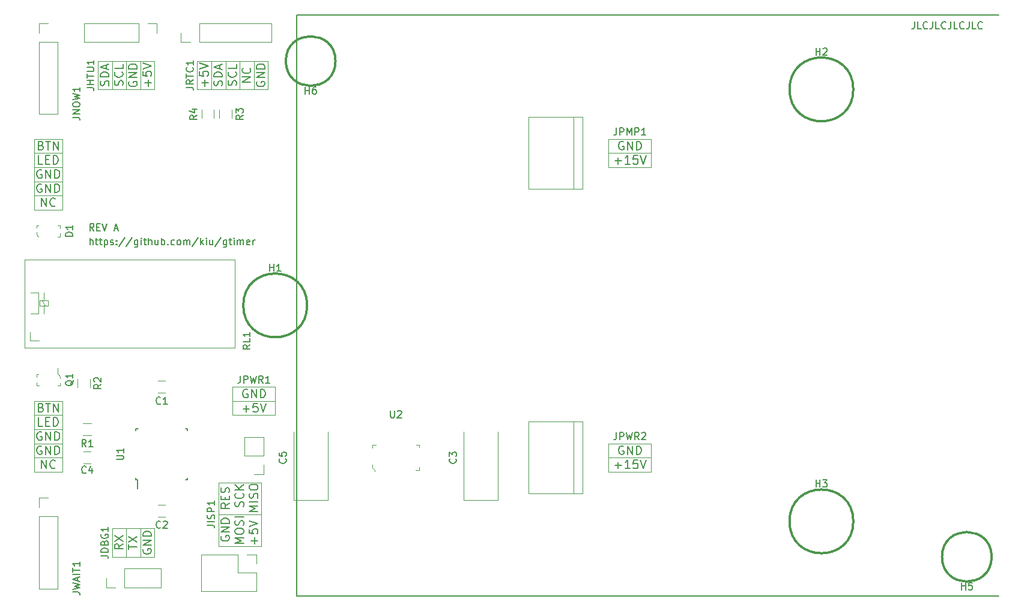
<source format=gto>
G04 #@! TF.GenerationSoftware,KiCad,Pcbnew,(5.1.8)-1*
G04 #@! TF.CreationDate,2021-05-16T02:31:53+02:00*
G04 #@! TF.ProjectId,gtimer,6774696d-6572-42e6-9b69-6361645f7063,rev?*
G04 #@! TF.SameCoordinates,Original*
G04 #@! TF.FileFunction,Legend,Top*
G04 #@! TF.FilePolarity,Positive*
%FSLAX46Y46*%
G04 Gerber Fmt 4.6, Leading zero omitted, Abs format (unit mm)*
G04 Created by KiCad (PCBNEW (5.1.8)-1) date 2021-05-16 02:31:53*
%MOMM*%
%LPD*%
G01*
G04 APERTURE LIST*
%ADD10C,0.200000*%
%ADD11C,0.120000*%
%ADD12C,0.300000*%
%ADD13C,0.100000*%
%ADD14C,0.150000*%
%ADD15R,1.700000X1.700000*%
%ADD16O,1.700000X1.700000*%
%ADD17C,3.200000*%
%ADD18C,4.300000*%
%ADD19R,3.000000X3.000000*%
%ADD20C,3.000000*%
%ADD21R,3.800000X2.200000*%
%ADD22R,1.500000X2.200000*%
%ADD23R,0.600000X1.200000*%
%ADD24R,1.200000X0.600000*%
%ADD25R,1.300000X1.500000*%
%ADD26R,1.500000X1.300000*%
%ADD27R,2.700000X3.750000*%
%ADD28R,1.500000X1.250000*%
G04 APERTURE END LIST*
D10*
X148108095Y-22452380D02*
X148108095Y-23166666D01*
X148060476Y-23309523D01*
X147965238Y-23404761D01*
X147822380Y-23452380D01*
X147727142Y-23452380D01*
X149060476Y-23452380D02*
X148584285Y-23452380D01*
X148584285Y-22452380D01*
X149965238Y-23357142D02*
X149917619Y-23404761D01*
X149774761Y-23452380D01*
X149679523Y-23452380D01*
X149536666Y-23404761D01*
X149441428Y-23309523D01*
X149393809Y-23214285D01*
X149346190Y-23023809D01*
X149346190Y-22880952D01*
X149393809Y-22690476D01*
X149441428Y-22595238D01*
X149536666Y-22500000D01*
X149679523Y-22452380D01*
X149774761Y-22452380D01*
X149917619Y-22500000D01*
X149965238Y-22547619D01*
X150679523Y-22452380D02*
X150679523Y-23166666D01*
X150631904Y-23309523D01*
X150536666Y-23404761D01*
X150393809Y-23452380D01*
X150298571Y-23452380D01*
X151631904Y-23452380D02*
X151155714Y-23452380D01*
X151155714Y-22452380D01*
X152536666Y-23357142D02*
X152489047Y-23404761D01*
X152346190Y-23452380D01*
X152250952Y-23452380D01*
X152108095Y-23404761D01*
X152012857Y-23309523D01*
X151965238Y-23214285D01*
X151917619Y-23023809D01*
X151917619Y-22880952D01*
X151965238Y-22690476D01*
X152012857Y-22595238D01*
X152108095Y-22500000D01*
X152250952Y-22452380D01*
X152346190Y-22452380D01*
X152489047Y-22500000D01*
X152536666Y-22547619D01*
X153250952Y-22452380D02*
X153250952Y-23166666D01*
X153203333Y-23309523D01*
X153108095Y-23404761D01*
X152965238Y-23452380D01*
X152870000Y-23452380D01*
X154203333Y-23452380D02*
X153727142Y-23452380D01*
X153727142Y-22452380D01*
X155108095Y-23357142D02*
X155060476Y-23404761D01*
X154917619Y-23452380D01*
X154822380Y-23452380D01*
X154679523Y-23404761D01*
X154584285Y-23309523D01*
X154536666Y-23214285D01*
X154489047Y-23023809D01*
X154489047Y-22880952D01*
X154536666Y-22690476D01*
X154584285Y-22595238D01*
X154679523Y-22500000D01*
X154822380Y-22452380D01*
X154917619Y-22452380D01*
X155060476Y-22500000D01*
X155108095Y-22547619D01*
X155822380Y-22452380D02*
X155822380Y-23166666D01*
X155774761Y-23309523D01*
X155679523Y-23404761D01*
X155536666Y-23452380D01*
X155441428Y-23452380D01*
X156774761Y-23452380D02*
X156298571Y-23452380D01*
X156298571Y-22452380D01*
X157679523Y-23357142D02*
X157631904Y-23404761D01*
X157489047Y-23452380D01*
X157393809Y-23452380D01*
X157250952Y-23404761D01*
X157155714Y-23309523D01*
X157108095Y-23214285D01*
X157060476Y-23023809D01*
X157060476Y-22880952D01*
X157108095Y-22690476D01*
X157155714Y-22595238D01*
X157250952Y-22500000D01*
X157393809Y-22452380D01*
X157489047Y-22452380D01*
X157631904Y-22500000D01*
X157679523Y-22547619D01*
D11*
X50000000Y-87500000D02*
X56000000Y-87500000D01*
X50000000Y-96500000D02*
X50000000Y-87500000D01*
X56000000Y-96500000D02*
X50000000Y-96500000D01*
X56000000Y-87500000D02*
X56000000Y-96500000D01*
X50000000Y-92000000D02*
X56000000Y-92000000D01*
D10*
X50400000Y-95085714D02*
X50342857Y-95200000D01*
X50342857Y-95371428D01*
X50400000Y-95542857D01*
X50514285Y-95657142D01*
X50628571Y-95714285D01*
X50857142Y-95771428D01*
X51028571Y-95771428D01*
X51257142Y-95714285D01*
X51371428Y-95657142D01*
X51485714Y-95542857D01*
X51542857Y-95371428D01*
X51542857Y-95257142D01*
X51485714Y-95085714D01*
X51428571Y-95028571D01*
X51028571Y-95028571D01*
X51028571Y-95257142D01*
X51542857Y-94514285D02*
X50342857Y-94514285D01*
X51542857Y-93828571D01*
X50342857Y-93828571D01*
X51542857Y-93257142D02*
X50342857Y-93257142D01*
X50342857Y-92971428D01*
X50400000Y-92800000D01*
X50514285Y-92685714D01*
X50628571Y-92628571D01*
X50857142Y-92571428D01*
X51028571Y-92571428D01*
X51257142Y-92628571D01*
X51371428Y-92685714D01*
X51485714Y-92800000D01*
X51542857Y-92971428D01*
X51542857Y-93257142D01*
X51542857Y-90457142D02*
X50971428Y-90857142D01*
X51542857Y-91142857D02*
X50342857Y-91142857D01*
X50342857Y-90685714D01*
X50400000Y-90571428D01*
X50457142Y-90514285D01*
X50571428Y-90457142D01*
X50742857Y-90457142D01*
X50857142Y-90514285D01*
X50914285Y-90571428D01*
X50971428Y-90685714D01*
X50971428Y-91142857D01*
X50914285Y-89942857D02*
X50914285Y-89542857D01*
X51542857Y-89371428D02*
X51542857Y-89942857D01*
X50342857Y-89942857D01*
X50342857Y-89371428D01*
X51485714Y-88914285D02*
X51542857Y-88742857D01*
X51542857Y-88457142D01*
X51485714Y-88342857D01*
X51428571Y-88285714D01*
X51314285Y-88228571D01*
X51200000Y-88228571D01*
X51085714Y-88285714D01*
X51028571Y-88342857D01*
X50971428Y-88457142D01*
X50914285Y-88685714D01*
X50857142Y-88800000D01*
X50800000Y-88857142D01*
X50685714Y-88914285D01*
X50571428Y-88914285D01*
X50457142Y-88857142D01*
X50400000Y-88800000D01*
X50342857Y-88685714D01*
X50342857Y-88400000D01*
X50400000Y-88228571D01*
X53542857Y-96114285D02*
X52342857Y-96114285D01*
X53200000Y-95714285D01*
X52342857Y-95314285D01*
X53542857Y-95314285D01*
X52342857Y-94514285D02*
X52342857Y-94285714D01*
X52400000Y-94171428D01*
X52514285Y-94057142D01*
X52742857Y-94000000D01*
X53142857Y-94000000D01*
X53371428Y-94057142D01*
X53485714Y-94171428D01*
X53542857Y-94285714D01*
X53542857Y-94514285D01*
X53485714Y-94628571D01*
X53371428Y-94742857D01*
X53142857Y-94800000D01*
X52742857Y-94800000D01*
X52514285Y-94742857D01*
X52400000Y-94628571D01*
X52342857Y-94514285D01*
X53485714Y-93542857D02*
X53542857Y-93371428D01*
X53542857Y-93085714D01*
X53485714Y-92971428D01*
X53428571Y-92914285D01*
X53314285Y-92857142D01*
X53200000Y-92857142D01*
X53085714Y-92914285D01*
X53028571Y-92971428D01*
X52971428Y-93085714D01*
X52914285Y-93314285D01*
X52857142Y-93428571D01*
X52800000Y-93485714D01*
X52685714Y-93542857D01*
X52571428Y-93542857D01*
X52457142Y-93485714D01*
X52400000Y-93428571D01*
X52342857Y-93314285D01*
X52342857Y-93028571D01*
X52400000Y-92857142D01*
X53542857Y-92342857D02*
X52342857Y-92342857D01*
X53485714Y-90914285D02*
X53542857Y-90742857D01*
X53542857Y-90457142D01*
X53485714Y-90342857D01*
X53428571Y-90285714D01*
X53314285Y-90228571D01*
X53200000Y-90228571D01*
X53085714Y-90285714D01*
X53028571Y-90342857D01*
X52971428Y-90457142D01*
X52914285Y-90685714D01*
X52857142Y-90800000D01*
X52800000Y-90857142D01*
X52685714Y-90914285D01*
X52571428Y-90914285D01*
X52457142Y-90857142D01*
X52400000Y-90800000D01*
X52342857Y-90685714D01*
X52342857Y-90400000D01*
X52400000Y-90228571D01*
X53428571Y-89028571D02*
X53485714Y-89085714D01*
X53542857Y-89257142D01*
X53542857Y-89371428D01*
X53485714Y-89542857D01*
X53371428Y-89657142D01*
X53257142Y-89714285D01*
X53028571Y-89771428D01*
X52857142Y-89771428D01*
X52628571Y-89714285D01*
X52514285Y-89657142D01*
X52400000Y-89542857D01*
X52342857Y-89371428D01*
X52342857Y-89257142D01*
X52400000Y-89085714D01*
X52457142Y-89028571D01*
X53542857Y-88514285D02*
X52342857Y-88514285D01*
X53542857Y-87828571D02*
X52857142Y-88342857D01*
X52342857Y-87828571D02*
X53028571Y-88514285D01*
X55085714Y-96171428D02*
X55085714Y-95257142D01*
X55542857Y-95714285D02*
X54628571Y-95714285D01*
X54342857Y-94114285D02*
X54342857Y-94685714D01*
X54914285Y-94742857D01*
X54857142Y-94685714D01*
X54800000Y-94571428D01*
X54800000Y-94285714D01*
X54857142Y-94171428D01*
X54914285Y-94114285D01*
X55028571Y-94057142D01*
X55314285Y-94057142D01*
X55428571Y-94114285D01*
X55485714Y-94171428D01*
X55542857Y-94285714D01*
X55542857Y-94571428D01*
X55485714Y-94685714D01*
X55428571Y-94742857D01*
X54342857Y-93714285D02*
X55542857Y-93314285D01*
X54342857Y-92914285D01*
X55542857Y-91600000D02*
X54342857Y-91600000D01*
X55200000Y-91200000D01*
X54342857Y-90800000D01*
X55542857Y-90800000D01*
X55542857Y-90228571D02*
X54342857Y-90228571D01*
X55485714Y-89714285D02*
X55542857Y-89542857D01*
X55542857Y-89257142D01*
X55485714Y-89142857D01*
X55428571Y-89085714D01*
X55314285Y-89028571D01*
X55200000Y-89028571D01*
X55085714Y-89085714D01*
X55028571Y-89142857D01*
X54971428Y-89257142D01*
X54914285Y-89485714D01*
X54857142Y-89600000D01*
X54800000Y-89657142D01*
X54685714Y-89714285D01*
X54571428Y-89714285D01*
X54457142Y-89657142D01*
X54400000Y-89600000D01*
X54342857Y-89485714D01*
X54342857Y-89200000D01*
X54400000Y-89028571D01*
X54342857Y-88285714D02*
X54342857Y-88057142D01*
X54400000Y-87942857D01*
X54514285Y-87828571D01*
X54742857Y-87771428D01*
X55142857Y-87771428D01*
X55371428Y-87828571D01*
X55485714Y-87942857D01*
X55542857Y-88057142D01*
X55542857Y-88285714D01*
X55485714Y-88400000D01*
X55371428Y-88514285D01*
X55142857Y-88571428D01*
X54742857Y-88571428D01*
X54514285Y-88514285D01*
X54400000Y-88400000D01*
X54342857Y-88285714D01*
D11*
X35000000Y-98000000D02*
X41000000Y-98000000D01*
X35000000Y-94000000D02*
X35000000Y-98000000D01*
X41000000Y-94000000D02*
X35000000Y-94000000D01*
D10*
X36542857Y-96200000D02*
X35971428Y-96600000D01*
X36542857Y-96885714D02*
X35342857Y-96885714D01*
X35342857Y-96428571D01*
X35400000Y-96314285D01*
X35457142Y-96257142D01*
X35571428Y-96200000D01*
X35742857Y-96200000D01*
X35857142Y-96257142D01*
X35914285Y-96314285D01*
X35971428Y-96428571D01*
X35971428Y-96885714D01*
X35342857Y-95800000D02*
X36542857Y-95000000D01*
X35342857Y-95000000D02*
X36542857Y-95800000D01*
X37342857Y-96914285D02*
X37342857Y-96228571D01*
X38542857Y-96571428D02*
X37342857Y-96571428D01*
X37342857Y-95942857D02*
X38542857Y-95142857D01*
X37342857Y-95142857D02*
X38542857Y-95942857D01*
X39400000Y-96914285D02*
X39342857Y-97028571D01*
X39342857Y-97200000D01*
X39400000Y-97371428D01*
X39514285Y-97485714D01*
X39628571Y-97542857D01*
X39857142Y-97600000D01*
X40028571Y-97600000D01*
X40257142Y-97542857D01*
X40371428Y-97485714D01*
X40485714Y-97371428D01*
X40542857Y-97200000D01*
X40542857Y-97085714D01*
X40485714Y-96914285D01*
X40428571Y-96857142D01*
X40028571Y-96857142D01*
X40028571Y-97085714D01*
X40542857Y-96342857D02*
X39342857Y-96342857D01*
X40542857Y-95657142D01*
X39342857Y-95657142D01*
X40542857Y-95085714D02*
X39342857Y-95085714D01*
X39342857Y-94800000D01*
X39400000Y-94628571D01*
X39514285Y-94514285D01*
X39628571Y-94457142D01*
X39857142Y-94400000D01*
X40028571Y-94400000D01*
X40257142Y-94457142D01*
X40371428Y-94514285D01*
X40485714Y-94628571D01*
X40542857Y-94800000D01*
X40542857Y-95085714D01*
D11*
X41000000Y-98000000D02*
X41000000Y-94000000D01*
X37000000Y-98000000D02*
X37000000Y-94000000D01*
X39000000Y-98000000D02*
X39000000Y-94000000D01*
D10*
X34485714Y-31457142D02*
X34542857Y-31285714D01*
X34542857Y-31000000D01*
X34485714Y-30885714D01*
X34428571Y-30828571D01*
X34314285Y-30771428D01*
X34200000Y-30771428D01*
X34085714Y-30828571D01*
X34028571Y-30885714D01*
X33971428Y-31000000D01*
X33914285Y-31228571D01*
X33857142Y-31342857D01*
X33800000Y-31400000D01*
X33685714Y-31457142D01*
X33571428Y-31457142D01*
X33457142Y-31400000D01*
X33400000Y-31342857D01*
X33342857Y-31228571D01*
X33342857Y-30942857D01*
X33400000Y-30771428D01*
X34542857Y-30257142D02*
X33342857Y-30257142D01*
X33342857Y-29971428D01*
X33400000Y-29800000D01*
X33514285Y-29685714D01*
X33628571Y-29628571D01*
X33857142Y-29571428D01*
X34028571Y-29571428D01*
X34257142Y-29628571D01*
X34371428Y-29685714D01*
X34485714Y-29800000D01*
X34542857Y-29971428D01*
X34542857Y-30257142D01*
X34200000Y-29114285D02*
X34200000Y-28542857D01*
X34542857Y-29228571D02*
X33342857Y-28828571D01*
X34542857Y-28428571D01*
X36485714Y-31428571D02*
X36542857Y-31257142D01*
X36542857Y-30971428D01*
X36485714Y-30857142D01*
X36428571Y-30800000D01*
X36314285Y-30742857D01*
X36200000Y-30742857D01*
X36085714Y-30800000D01*
X36028571Y-30857142D01*
X35971428Y-30971428D01*
X35914285Y-31200000D01*
X35857142Y-31314285D01*
X35800000Y-31371428D01*
X35685714Y-31428571D01*
X35571428Y-31428571D01*
X35457142Y-31371428D01*
X35400000Y-31314285D01*
X35342857Y-31200000D01*
X35342857Y-30914285D01*
X35400000Y-30742857D01*
X36428571Y-29542857D02*
X36485714Y-29600000D01*
X36542857Y-29771428D01*
X36542857Y-29885714D01*
X36485714Y-30057142D01*
X36371428Y-30171428D01*
X36257142Y-30228571D01*
X36028571Y-30285714D01*
X35857142Y-30285714D01*
X35628571Y-30228571D01*
X35514285Y-30171428D01*
X35400000Y-30057142D01*
X35342857Y-29885714D01*
X35342857Y-29771428D01*
X35400000Y-29600000D01*
X35457142Y-29542857D01*
X36542857Y-28457142D02*
X36542857Y-29028571D01*
X35342857Y-29028571D01*
X37400000Y-30914285D02*
X37342857Y-31028571D01*
X37342857Y-31200000D01*
X37400000Y-31371428D01*
X37514285Y-31485714D01*
X37628571Y-31542857D01*
X37857142Y-31600000D01*
X38028571Y-31600000D01*
X38257142Y-31542857D01*
X38371428Y-31485714D01*
X38485714Y-31371428D01*
X38542857Y-31200000D01*
X38542857Y-31085714D01*
X38485714Y-30914285D01*
X38428571Y-30857142D01*
X38028571Y-30857142D01*
X38028571Y-31085714D01*
X38542857Y-30342857D02*
X37342857Y-30342857D01*
X38542857Y-29657142D01*
X37342857Y-29657142D01*
X38542857Y-29085714D02*
X37342857Y-29085714D01*
X37342857Y-28800000D01*
X37400000Y-28628571D01*
X37514285Y-28514285D01*
X37628571Y-28457142D01*
X37857142Y-28400000D01*
X38028571Y-28400000D01*
X38257142Y-28457142D01*
X38371428Y-28514285D01*
X38485714Y-28628571D01*
X38542857Y-28800000D01*
X38542857Y-29085714D01*
X40085714Y-31542857D02*
X40085714Y-30628571D01*
X40542857Y-31085714D02*
X39628571Y-31085714D01*
X39342857Y-29485714D02*
X39342857Y-30057142D01*
X39914285Y-30114285D01*
X39857142Y-30057142D01*
X39800000Y-29942857D01*
X39800000Y-29657142D01*
X39857142Y-29542857D01*
X39914285Y-29485714D01*
X40028571Y-29428571D01*
X40314285Y-29428571D01*
X40428571Y-29485714D01*
X40485714Y-29542857D01*
X40542857Y-29657142D01*
X40542857Y-29942857D01*
X40485714Y-30057142D01*
X40428571Y-30114285D01*
X39342857Y-29085714D02*
X40542857Y-28685714D01*
X39342857Y-28285714D01*
D11*
X41000000Y-28000000D02*
X33000000Y-28000000D01*
X37000000Y-32000000D02*
X37000000Y-28000000D01*
X35000000Y-32000000D02*
X35000000Y-28000000D01*
X41000000Y-32000000D02*
X41000000Y-28000000D01*
X33000000Y-32000000D02*
X41000000Y-32000000D01*
X39000000Y-32000000D02*
X39000000Y-28000000D01*
X33000000Y-32000000D02*
X33000000Y-28000000D01*
D10*
X48085714Y-31542857D02*
X48085714Y-30628571D01*
X48542857Y-31085714D02*
X47628571Y-31085714D01*
X47342857Y-29485714D02*
X47342857Y-30057142D01*
X47914285Y-30114285D01*
X47857142Y-30057142D01*
X47800000Y-29942857D01*
X47800000Y-29657142D01*
X47857142Y-29542857D01*
X47914285Y-29485714D01*
X48028571Y-29428571D01*
X48314285Y-29428571D01*
X48428571Y-29485714D01*
X48485714Y-29542857D01*
X48542857Y-29657142D01*
X48542857Y-29942857D01*
X48485714Y-30057142D01*
X48428571Y-30114285D01*
X47342857Y-29085714D02*
X48542857Y-28685714D01*
X47342857Y-28285714D01*
X50485714Y-31457142D02*
X50542857Y-31285714D01*
X50542857Y-31000000D01*
X50485714Y-30885714D01*
X50428571Y-30828571D01*
X50314285Y-30771428D01*
X50200000Y-30771428D01*
X50085714Y-30828571D01*
X50028571Y-30885714D01*
X49971428Y-31000000D01*
X49914285Y-31228571D01*
X49857142Y-31342857D01*
X49800000Y-31400000D01*
X49685714Y-31457142D01*
X49571428Y-31457142D01*
X49457142Y-31400000D01*
X49400000Y-31342857D01*
X49342857Y-31228571D01*
X49342857Y-30942857D01*
X49400000Y-30771428D01*
X50542857Y-30257142D02*
X49342857Y-30257142D01*
X49342857Y-29971428D01*
X49400000Y-29800000D01*
X49514285Y-29685714D01*
X49628571Y-29628571D01*
X49857142Y-29571428D01*
X50028571Y-29571428D01*
X50257142Y-29628571D01*
X50371428Y-29685714D01*
X50485714Y-29800000D01*
X50542857Y-29971428D01*
X50542857Y-30257142D01*
X50200000Y-29114285D02*
X50200000Y-28542857D01*
X50542857Y-29228571D02*
X49342857Y-28828571D01*
X50542857Y-28428571D01*
X52485714Y-31428571D02*
X52542857Y-31257142D01*
X52542857Y-30971428D01*
X52485714Y-30857142D01*
X52428571Y-30800000D01*
X52314285Y-30742857D01*
X52200000Y-30742857D01*
X52085714Y-30800000D01*
X52028571Y-30857142D01*
X51971428Y-30971428D01*
X51914285Y-31200000D01*
X51857142Y-31314285D01*
X51800000Y-31371428D01*
X51685714Y-31428571D01*
X51571428Y-31428571D01*
X51457142Y-31371428D01*
X51400000Y-31314285D01*
X51342857Y-31200000D01*
X51342857Y-30914285D01*
X51400000Y-30742857D01*
X52428571Y-29542857D02*
X52485714Y-29600000D01*
X52542857Y-29771428D01*
X52542857Y-29885714D01*
X52485714Y-30057142D01*
X52371428Y-30171428D01*
X52257142Y-30228571D01*
X52028571Y-30285714D01*
X51857142Y-30285714D01*
X51628571Y-30228571D01*
X51514285Y-30171428D01*
X51400000Y-30057142D01*
X51342857Y-29885714D01*
X51342857Y-29771428D01*
X51400000Y-29600000D01*
X51457142Y-29542857D01*
X52542857Y-28457142D02*
X52542857Y-29028571D01*
X51342857Y-29028571D01*
X54542857Y-30942857D02*
X53342857Y-30942857D01*
X54542857Y-30257142D01*
X53342857Y-30257142D01*
X54428571Y-29000000D02*
X54485714Y-29057142D01*
X54542857Y-29228571D01*
X54542857Y-29342857D01*
X54485714Y-29514285D01*
X54371428Y-29628571D01*
X54257142Y-29685714D01*
X54028571Y-29742857D01*
X53857142Y-29742857D01*
X53628571Y-29685714D01*
X53514285Y-29628571D01*
X53400000Y-29514285D01*
X53342857Y-29342857D01*
X53342857Y-29228571D01*
X53400000Y-29057142D01*
X53457142Y-29000000D01*
X55400000Y-30914285D02*
X55342857Y-31028571D01*
X55342857Y-31200000D01*
X55400000Y-31371428D01*
X55514285Y-31485714D01*
X55628571Y-31542857D01*
X55857142Y-31600000D01*
X56028571Y-31600000D01*
X56257142Y-31542857D01*
X56371428Y-31485714D01*
X56485714Y-31371428D01*
X56542857Y-31200000D01*
X56542857Y-31085714D01*
X56485714Y-30914285D01*
X56428571Y-30857142D01*
X56028571Y-30857142D01*
X56028571Y-31085714D01*
X56542857Y-30342857D02*
X55342857Y-30342857D01*
X56542857Y-29657142D01*
X55342857Y-29657142D01*
X56542857Y-29085714D02*
X55342857Y-29085714D01*
X55342857Y-28800000D01*
X55400000Y-28628571D01*
X55514285Y-28514285D01*
X55628571Y-28457142D01*
X55857142Y-28400000D01*
X56028571Y-28400000D01*
X56257142Y-28457142D01*
X56371428Y-28514285D01*
X56485714Y-28628571D01*
X56542857Y-28800000D01*
X56542857Y-29085714D01*
D11*
X57000000Y-28000000D02*
X49000000Y-28000000D01*
X49000000Y-32000000D02*
X57000000Y-32000000D01*
X55000000Y-32000000D02*
X55000000Y-28000000D01*
X49000000Y-32000000D02*
X49000000Y-28000000D01*
X49000000Y-32000000D02*
X47000000Y-32000000D01*
X47000000Y-32000000D02*
X47000000Y-28000000D01*
X47000000Y-28000000D02*
X49000000Y-28000000D01*
X53000000Y-32000000D02*
X53000000Y-28000000D01*
X51000000Y-32000000D02*
X51000000Y-28000000D01*
X57000000Y-32000000D02*
X57000000Y-28000000D01*
X24000000Y-41000000D02*
X24000000Y-49000000D01*
X28000000Y-49000000D02*
X28000000Y-41000000D01*
D10*
X25000000Y-39914285D02*
X25171428Y-39971428D01*
X25228571Y-40028571D01*
X25285714Y-40142857D01*
X25285714Y-40314285D01*
X25228571Y-40428571D01*
X25171428Y-40485714D01*
X25057142Y-40542857D01*
X24600000Y-40542857D01*
X24600000Y-39342857D01*
X25000000Y-39342857D01*
X25114285Y-39400000D01*
X25171428Y-39457142D01*
X25228571Y-39571428D01*
X25228571Y-39685714D01*
X25171428Y-39800000D01*
X25114285Y-39857142D01*
X25000000Y-39914285D01*
X24600000Y-39914285D01*
X25628571Y-39342857D02*
X26314285Y-39342857D01*
X25971428Y-40542857D02*
X25971428Y-39342857D01*
X26714285Y-40542857D02*
X26714285Y-39342857D01*
X27400000Y-40542857D01*
X27400000Y-39342857D01*
X25228571Y-42542857D02*
X24657142Y-42542857D01*
X24657142Y-41342857D01*
X25628571Y-41914285D02*
X26028571Y-41914285D01*
X26200000Y-42542857D02*
X25628571Y-42542857D01*
X25628571Y-41342857D01*
X26200000Y-41342857D01*
X26714285Y-42542857D02*
X26714285Y-41342857D01*
X27000000Y-41342857D01*
X27171428Y-41400000D01*
X27285714Y-41514285D01*
X27342857Y-41628571D01*
X27400000Y-41857142D01*
X27400000Y-42028571D01*
X27342857Y-42257142D01*
X27285714Y-42371428D01*
X27171428Y-42485714D01*
X27000000Y-42542857D01*
X26714285Y-42542857D01*
X25085714Y-43400000D02*
X24971428Y-43342857D01*
X24800000Y-43342857D01*
X24628571Y-43400000D01*
X24514285Y-43514285D01*
X24457142Y-43628571D01*
X24400000Y-43857142D01*
X24400000Y-44028571D01*
X24457142Y-44257142D01*
X24514285Y-44371428D01*
X24628571Y-44485714D01*
X24800000Y-44542857D01*
X24914285Y-44542857D01*
X25085714Y-44485714D01*
X25142857Y-44428571D01*
X25142857Y-44028571D01*
X24914285Y-44028571D01*
X25657142Y-44542857D02*
X25657142Y-43342857D01*
X26342857Y-44542857D01*
X26342857Y-43342857D01*
X26914285Y-44542857D02*
X26914285Y-43342857D01*
X27200000Y-43342857D01*
X27371428Y-43400000D01*
X27485714Y-43514285D01*
X27542857Y-43628571D01*
X27600000Y-43857142D01*
X27600000Y-44028571D01*
X27542857Y-44257142D01*
X27485714Y-44371428D01*
X27371428Y-44485714D01*
X27200000Y-44542857D01*
X26914285Y-44542857D01*
X25085714Y-45400000D02*
X24971428Y-45342857D01*
X24800000Y-45342857D01*
X24628571Y-45400000D01*
X24514285Y-45514285D01*
X24457142Y-45628571D01*
X24400000Y-45857142D01*
X24400000Y-46028571D01*
X24457142Y-46257142D01*
X24514285Y-46371428D01*
X24628571Y-46485714D01*
X24800000Y-46542857D01*
X24914285Y-46542857D01*
X25085714Y-46485714D01*
X25142857Y-46428571D01*
X25142857Y-46028571D01*
X24914285Y-46028571D01*
X25657142Y-46542857D02*
X25657142Y-45342857D01*
X26342857Y-46542857D01*
X26342857Y-45342857D01*
X26914285Y-46542857D02*
X26914285Y-45342857D01*
X27200000Y-45342857D01*
X27371428Y-45400000D01*
X27485714Y-45514285D01*
X27542857Y-45628571D01*
X27600000Y-45857142D01*
X27600000Y-46028571D01*
X27542857Y-46257142D01*
X27485714Y-46371428D01*
X27371428Y-46485714D01*
X27200000Y-46542857D01*
X26914285Y-46542857D01*
X25057142Y-48542857D02*
X25057142Y-47342857D01*
X25742857Y-48542857D01*
X25742857Y-47342857D01*
X27000000Y-48428571D02*
X26942857Y-48485714D01*
X26771428Y-48542857D01*
X26657142Y-48542857D01*
X26485714Y-48485714D01*
X26371428Y-48371428D01*
X26314285Y-48257142D01*
X26257142Y-48028571D01*
X26257142Y-47857142D01*
X26314285Y-47628571D01*
X26371428Y-47514285D01*
X26485714Y-47400000D01*
X26657142Y-47342857D01*
X26771428Y-47342857D01*
X26942857Y-47400000D01*
X27000000Y-47457142D01*
D11*
X24000000Y-49000000D02*
X28000000Y-49000000D01*
X24000000Y-45000000D02*
X28000000Y-45000000D01*
X28000000Y-39000000D02*
X28000000Y-41000000D01*
X24000000Y-41000000D02*
X24000000Y-39000000D01*
X24000000Y-41000000D02*
X28000000Y-41000000D01*
X24000000Y-43000000D02*
X28000000Y-43000000D01*
X24000000Y-39000000D02*
X28000000Y-39000000D01*
X24000000Y-47000000D02*
X28000000Y-47000000D01*
X24000000Y-84000000D02*
X28000000Y-84000000D01*
X24000000Y-82000000D02*
X28000000Y-82000000D01*
X24000000Y-80000000D02*
X28000000Y-80000000D01*
X24000000Y-78000000D02*
X28000000Y-78000000D01*
X24000000Y-86000000D02*
X24000000Y-76000000D01*
X28000000Y-86000000D02*
X24000000Y-86000000D01*
X28000000Y-76000000D02*
X28000000Y-86000000D01*
X24000000Y-76000000D02*
X28000000Y-76000000D01*
D10*
X25000000Y-76914285D02*
X25171428Y-76971428D01*
X25228571Y-77028571D01*
X25285714Y-77142857D01*
X25285714Y-77314285D01*
X25228571Y-77428571D01*
X25171428Y-77485714D01*
X25057142Y-77542857D01*
X24600000Y-77542857D01*
X24600000Y-76342857D01*
X25000000Y-76342857D01*
X25114285Y-76400000D01*
X25171428Y-76457142D01*
X25228571Y-76571428D01*
X25228571Y-76685714D01*
X25171428Y-76800000D01*
X25114285Y-76857142D01*
X25000000Y-76914285D01*
X24600000Y-76914285D01*
X25628571Y-76342857D02*
X26314285Y-76342857D01*
X25971428Y-77542857D02*
X25971428Y-76342857D01*
X26714285Y-77542857D02*
X26714285Y-76342857D01*
X27400000Y-77542857D01*
X27400000Y-76342857D01*
X25228571Y-79542857D02*
X24657142Y-79542857D01*
X24657142Y-78342857D01*
X25628571Y-78914285D02*
X26028571Y-78914285D01*
X26200000Y-79542857D02*
X25628571Y-79542857D01*
X25628571Y-78342857D01*
X26200000Y-78342857D01*
X26714285Y-79542857D02*
X26714285Y-78342857D01*
X27000000Y-78342857D01*
X27171428Y-78400000D01*
X27285714Y-78514285D01*
X27342857Y-78628571D01*
X27400000Y-78857142D01*
X27400000Y-79028571D01*
X27342857Y-79257142D01*
X27285714Y-79371428D01*
X27171428Y-79485714D01*
X27000000Y-79542857D01*
X26714285Y-79542857D01*
X25085714Y-80400000D02*
X24971428Y-80342857D01*
X24800000Y-80342857D01*
X24628571Y-80400000D01*
X24514285Y-80514285D01*
X24457142Y-80628571D01*
X24400000Y-80857142D01*
X24400000Y-81028571D01*
X24457142Y-81257142D01*
X24514285Y-81371428D01*
X24628571Y-81485714D01*
X24800000Y-81542857D01*
X24914285Y-81542857D01*
X25085714Y-81485714D01*
X25142857Y-81428571D01*
X25142857Y-81028571D01*
X24914285Y-81028571D01*
X25657142Y-81542857D02*
X25657142Y-80342857D01*
X26342857Y-81542857D01*
X26342857Y-80342857D01*
X26914285Y-81542857D02*
X26914285Y-80342857D01*
X27200000Y-80342857D01*
X27371428Y-80400000D01*
X27485714Y-80514285D01*
X27542857Y-80628571D01*
X27600000Y-80857142D01*
X27600000Y-81028571D01*
X27542857Y-81257142D01*
X27485714Y-81371428D01*
X27371428Y-81485714D01*
X27200000Y-81542857D01*
X26914285Y-81542857D01*
X25085714Y-82400000D02*
X24971428Y-82342857D01*
X24800000Y-82342857D01*
X24628571Y-82400000D01*
X24514285Y-82514285D01*
X24457142Y-82628571D01*
X24400000Y-82857142D01*
X24400000Y-83028571D01*
X24457142Y-83257142D01*
X24514285Y-83371428D01*
X24628571Y-83485714D01*
X24800000Y-83542857D01*
X24914285Y-83542857D01*
X25085714Y-83485714D01*
X25142857Y-83428571D01*
X25142857Y-83028571D01*
X24914285Y-83028571D01*
X25657142Y-83542857D02*
X25657142Y-82342857D01*
X26342857Y-83542857D01*
X26342857Y-82342857D01*
X26914285Y-83542857D02*
X26914285Y-82342857D01*
X27200000Y-82342857D01*
X27371428Y-82400000D01*
X27485714Y-82514285D01*
X27542857Y-82628571D01*
X27600000Y-82857142D01*
X27600000Y-83028571D01*
X27542857Y-83257142D01*
X27485714Y-83371428D01*
X27371428Y-83485714D01*
X27200000Y-83542857D01*
X26914285Y-83542857D01*
X25057142Y-85542857D02*
X25057142Y-84342857D01*
X25742857Y-85542857D01*
X25742857Y-84342857D01*
X27000000Y-85428571D02*
X26942857Y-85485714D01*
X26771428Y-85542857D01*
X26657142Y-85542857D01*
X26485714Y-85485714D01*
X26371428Y-85371428D01*
X26314285Y-85257142D01*
X26257142Y-85028571D01*
X26257142Y-84857142D01*
X26314285Y-84628571D01*
X26371428Y-84514285D01*
X26485714Y-84400000D01*
X26657142Y-84342857D01*
X26771428Y-84342857D01*
X26942857Y-84400000D01*
X27000000Y-84457142D01*
D11*
X105000000Y-39000000D02*
X105000000Y-43000000D01*
X105000000Y-41000000D02*
X111000000Y-41000000D01*
X111000000Y-39000000D02*
X105000000Y-39000000D01*
X111000000Y-43000000D02*
X111000000Y-39000000D01*
X105000000Y-43000000D02*
X111000000Y-43000000D01*
D10*
X107085714Y-39400000D02*
X106971428Y-39342857D01*
X106800000Y-39342857D01*
X106628571Y-39400000D01*
X106514285Y-39514285D01*
X106457142Y-39628571D01*
X106400000Y-39857142D01*
X106400000Y-40028571D01*
X106457142Y-40257142D01*
X106514285Y-40371428D01*
X106628571Y-40485714D01*
X106800000Y-40542857D01*
X106914285Y-40542857D01*
X107085714Y-40485714D01*
X107142857Y-40428571D01*
X107142857Y-40028571D01*
X106914285Y-40028571D01*
X107657142Y-40542857D02*
X107657142Y-39342857D01*
X108342857Y-40542857D01*
X108342857Y-39342857D01*
X108914285Y-40542857D02*
X108914285Y-39342857D01*
X109200000Y-39342857D01*
X109371428Y-39400000D01*
X109485714Y-39514285D01*
X109542857Y-39628571D01*
X109600000Y-39857142D01*
X109600000Y-40028571D01*
X109542857Y-40257142D01*
X109485714Y-40371428D01*
X109371428Y-40485714D01*
X109200000Y-40542857D01*
X108914285Y-40542857D01*
X105885714Y-42085714D02*
X106800000Y-42085714D01*
X106342857Y-42542857D02*
X106342857Y-41628571D01*
X108000000Y-42542857D02*
X107314285Y-42542857D01*
X107657142Y-42542857D02*
X107657142Y-41342857D01*
X107542857Y-41514285D01*
X107428571Y-41628571D01*
X107314285Y-41685714D01*
X109085714Y-41342857D02*
X108514285Y-41342857D01*
X108457142Y-41914285D01*
X108514285Y-41857142D01*
X108628571Y-41800000D01*
X108914285Y-41800000D01*
X109028571Y-41857142D01*
X109085714Y-41914285D01*
X109142857Y-42028571D01*
X109142857Y-42314285D01*
X109085714Y-42428571D01*
X109028571Y-42485714D01*
X108914285Y-42542857D01*
X108628571Y-42542857D01*
X108514285Y-42485714D01*
X108457142Y-42428571D01*
X109485714Y-41342857D02*
X109885714Y-42542857D01*
X110285714Y-41342857D01*
D12*
X66500000Y-28000000D02*
G75*
G03*
X66500000Y-28000000I-3500000J0D01*
G01*
X159000000Y-98000000D02*
G75*
G03*
X159000000Y-98000000I-3500000J0D01*
G01*
X139500000Y-93000000D02*
G75*
G03*
X139500000Y-93000000I-4500000J0D01*
G01*
X62500000Y-62500000D02*
G75*
G03*
X62500000Y-62500000I-4500000J0D01*
G01*
X139500000Y-32000000D02*
G75*
G03*
X139500000Y-32000000I-4500000J0D01*
G01*
D10*
X61000000Y-103500000D02*
X160000000Y-103500000D01*
X61000000Y-21500000D02*
X61000000Y-103500000D01*
X160000000Y-21500000D02*
X61000000Y-21500000D01*
X32439523Y-51952380D02*
X32106190Y-51476190D01*
X31868095Y-51952380D02*
X31868095Y-50952380D01*
X32249047Y-50952380D01*
X32344285Y-51000000D01*
X32391904Y-51047619D01*
X32439523Y-51142857D01*
X32439523Y-51285714D01*
X32391904Y-51380952D01*
X32344285Y-51428571D01*
X32249047Y-51476190D01*
X31868095Y-51476190D01*
X32868095Y-51428571D02*
X33201428Y-51428571D01*
X33344285Y-51952380D02*
X32868095Y-51952380D01*
X32868095Y-50952380D01*
X33344285Y-50952380D01*
X33630000Y-50952380D02*
X33963333Y-51952380D01*
X34296666Y-50952380D01*
X35344285Y-51666666D02*
X35820476Y-51666666D01*
X35249047Y-51952380D02*
X35582380Y-50952380D01*
X35915714Y-51952380D01*
X31868095Y-53952380D02*
X31868095Y-52952380D01*
X32296666Y-53952380D02*
X32296666Y-53428571D01*
X32249047Y-53333333D01*
X32153809Y-53285714D01*
X32010952Y-53285714D01*
X31915714Y-53333333D01*
X31868095Y-53380952D01*
X32630000Y-53285714D02*
X33010952Y-53285714D01*
X32772857Y-52952380D02*
X32772857Y-53809523D01*
X32820476Y-53904761D01*
X32915714Y-53952380D01*
X33010952Y-53952380D01*
X33201428Y-53285714D02*
X33582380Y-53285714D01*
X33344285Y-52952380D02*
X33344285Y-53809523D01*
X33391904Y-53904761D01*
X33487142Y-53952380D01*
X33582380Y-53952380D01*
X33915714Y-53285714D02*
X33915714Y-54285714D01*
X33915714Y-53333333D02*
X34010952Y-53285714D01*
X34201428Y-53285714D01*
X34296666Y-53333333D01*
X34344285Y-53380952D01*
X34391904Y-53476190D01*
X34391904Y-53761904D01*
X34344285Y-53857142D01*
X34296666Y-53904761D01*
X34201428Y-53952380D01*
X34010952Y-53952380D01*
X33915714Y-53904761D01*
X34772857Y-53904761D02*
X34868095Y-53952380D01*
X35058571Y-53952380D01*
X35153809Y-53904761D01*
X35201428Y-53809523D01*
X35201428Y-53761904D01*
X35153809Y-53666666D01*
X35058571Y-53619047D01*
X34915714Y-53619047D01*
X34820476Y-53571428D01*
X34772857Y-53476190D01*
X34772857Y-53428571D01*
X34820476Y-53333333D01*
X34915714Y-53285714D01*
X35058571Y-53285714D01*
X35153809Y-53333333D01*
X35630000Y-53857142D02*
X35677619Y-53904761D01*
X35630000Y-53952380D01*
X35582380Y-53904761D01*
X35630000Y-53857142D01*
X35630000Y-53952380D01*
X35630000Y-53333333D02*
X35677619Y-53380952D01*
X35630000Y-53428571D01*
X35582380Y-53380952D01*
X35630000Y-53333333D01*
X35630000Y-53428571D01*
X36820476Y-52904761D02*
X35963333Y-54190476D01*
X37868095Y-52904761D02*
X37010952Y-54190476D01*
X38630000Y-53285714D02*
X38630000Y-54095238D01*
X38582380Y-54190476D01*
X38534761Y-54238095D01*
X38439523Y-54285714D01*
X38296666Y-54285714D01*
X38201428Y-54238095D01*
X38630000Y-53904761D02*
X38534761Y-53952380D01*
X38344285Y-53952380D01*
X38249047Y-53904761D01*
X38201428Y-53857142D01*
X38153809Y-53761904D01*
X38153809Y-53476190D01*
X38201428Y-53380952D01*
X38249047Y-53333333D01*
X38344285Y-53285714D01*
X38534761Y-53285714D01*
X38630000Y-53333333D01*
X39106190Y-53952380D02*
X39106190Y-53285714D01*
X39106190Y-52952380D02*
X39058571Y-53000000D01*
X39106190Y-53047619D01*
X39153809Y-53000000D01*
X39106190Y-52952380D01*
X39106190Y-53047619D01*
X39439523Y-53285714D02*
X39820476Y-53285714D01*
X39582380Y-52952380D02*
X39582380Y-53809523D01*
X39630000Y-53904761D01*
X39725238Y-53952380D01*
X39820476Y-53952380D01*
X40153809Y-53952380D02*
X40153809Y-52952380D01*
X40582380Y-53952380D02*
X40582380Y-53428571D01*
X40534761Y-53333333D01*
X40439523Y-53285714D01*
X40296666Y-53285714D01*
X40201428Y-53333333D01*
X40153809Y-53380952D01*
X41487142Y-53285714D02*
X41487142Y-53952380D01*
X41058571Y-53285714D02*
X41058571Y-53809523D01*
X41106190Y-53904761D01*
X41201428Y-53952380D01*
X41344285Y-53952380D01*
X41439523Y-53904761D01*
X41487142Y-53857142D01*
X41963333Y-53952380D02*
X41963333Y-52952380D01*
X41963333Y-53333333D02*
X42058571Y-53285714D01*
X42249047Y-53285714D01*
X42344285Y-53333333D01*
X42391904Y-53380952D01*
X42439523Y-53476190D01*
X42439523Y-53761904D01*
X42391904Y-53857142D01*
X42344285Y-53904761D01*
X42249047Y-53952380D01*
X42058571Y-53952380D01*
X41963333Y-53904761D01*
X42868095Y-53857142D02*
X42915714Y-53904761D01*
X42868095Y-53952380D01*
X42820476Y-53904761D01*
X42868095Y-53857142D01*
X42868095Y-53952380D01*
X43772857Y-53904761D02*
X43677619Y-53952380D01*
X43487142Y-53952380D01*
X43391904Y-53904761D01*
X43344285Y-53857142D01*
X43296666Y-53761904D01*
X43296666Y-53476190D01*
X43344285Y-53380952D01*
X43391904Y-53333333D01*
X43487142Y-53285714D01*
X43677619Y-53285714D01*
X43772857Y-53333333D01*
X44344285Y-53952380D02*
X44249047Y-53904761D01*
X44201428Y-53857142D01*
X44153809Y-53761904D01*
X44153809Y-53476190D01*
X44201428Y-53380952D01*
X44249047Y-53333333D01*
X44344285Y-53285714D01*
X44487142Y-53285714D01*
X44582380Y-53333333D01*
X44630000Y-53380952D01*
X44677619Y-53476190D01*
X44677619Y-53761904D01*
X44630000Y-53857142D01*
X44582380Y-53904761D01*
X44487142Y-53952380D01*
X44344285Y-53952380D01*
X45106190Y-53952380D02*
X45106190Y-53285714D01*
X45106190Y-53380952D02*
X45153809Y-53333333D01*
X45249047Y-53285714D01*
X45391904Y-53285714D01*
X45487142Y-53333333D01*
X45534761Y-53428571D01*
X45534761Y-53952380D01*
X45534761Y-53428571D02*
X45582380Y-53333333D01*
X45677619Y-53285714D01*
X45820476Y-53285714D01*
X45915714Y-53333333D01*
X45963333Y-53428571D01*
X45963333Y-53952380D01*
X47153809Y-52904761D02*
X46296666Y-54190476D01*
X47487142Y-53952380D02*
X47487142Y-52952380D01*
X47582380Y-53571428D02*
X47868095Y-53952380D01*
X47868095Y-53285714D02*
X47487142Y-53666666D01*
X48296666Y-53952380D02*
X48296666Y-53285714D01*
X48296666Y-52952380D02*
X48249047Y-53000000D01*
X48296666Y-53047619D01*
X48344285Y-53000000D01*
X48296666Y-52952380D01*
X48296666Y-53047619D01*
X49201428Y-53285714D02*
X49201428Y-53952380D01*
X48772857Y-53285714D02*
X48772857Y-53809523D01*
X48820476Y-53904761D01*
X48915714Y-53952380D01*
X49058571Y-53952380D01*
X49153809Y-53904761D01*
X49201428Y-53857142D01*
X50391904Y-52904761D02*
X49534761Y-54190476D01*
X51153809Y-53285714D02*
X51153809Y-54095238D01*
X51106190Y-54190476D01*
X51058571Y-54238095D01*
X50963333Y-54285714D01*
X50820476Y-54285714D01*
X50725238Y-54238095D01*
X51153809Y-53904761D02*
X51058571Y-53952380D01*
X50868095Y-53952380D01*
X50772857Y-53904761D01*
X50725238Y-53857142D01*
X50677619Y-53761904D01*
X50677619Y-53476190D01*
X50725238Y-53380952D01*
X50772857Y-53333333D01*
X50868095Y-53285714D01*
X51058571Y-53285714D01*
X51153809Y-53333333D01*
X51487142Y-53285714D02*
X51868095Y-53285714D01*
X51630000Y-52952380D02*
X51630000Y-53809523D01*
X51677619Y-53904761D01*
X51772857Y-53952380D01*
X51868095Y-53952380D01*
X52201428Y-53952380D02*
X52201428Y-53285714D01*
X52201428Y-52952380D02*
X52153809Y-53000000D01*
X52201428Y-53047619D01*
X52249047Y-53000000D01*
X52201428Y-52952380D01*
X52201428Y-53047619D01*
X52677619Y-53952380D02*
X52677619Y-53285714D01*
X52677619Y-53380952D02*
X52725238Y-53333333D01*
X52820476Y-53285714D01*
X52963333Y-53285714D01*
X53058571Y-53333333D01*
X53106190Y-53428571D01*
X53106190Y-53952380D01*
X53106190Y-53428571D02*
X53153809Y-53333333D01*
X53249047Y-53285714D01*
X53391904Y-53285714D01*
X53487142Y-53333333D01*
X53534761Y-53428571D01*
X53534761Y-53952380D01*
X54391904Y-53904761D02*
X54296666Y-53952380D01*
X54106190Y-53952380D01*
X54010952Y-53904761D01*
X53963333Y-53809523D01*
X53963333Y-53428571D01*
X54010952Y-53333333D01*
X54106190Y-53285714D01*
X54296666Y-53285714D01*
X54391904Y-53333333D01*
X54439523Y-53428571D01*
X54439523Y-53523809D01*
X53963333Y-53619047D01*
X54868095Y-53952380D02*
X54868095Y-53285714D01*
X54868095Y-53476190D02*
X54915714Y-53380952D01*
X54963333Y-53333333D01*
X55058571Y-53285714D01*
X55153809Y-53285714D01*
X54085714Y-74400000D02*
X53971428Y-74342857D01*
X53800000Y-74342857D01*
X53628571Y-74400000D01*
X53514285Y-74514285D01*
X53457142Y-74628571D01*
X53400000Y-74857142D01*
X53400000Y-75028571D01*
X53457142Y-75257142D01*
X53514285Y-75371428D01*
X53628571Y-75485714D01*
X53800000Y-75542857D01*
X53914285Y-75542857D01*
X54085714Y-75485714D01*
X54142857Y-75428571D01*
X54142857Y-75028571D01*
X53914285Y-75028571D01*
X54657142Y-75542857D02*
X54657142Y-74342857D01*
X55342857Y-75542857D01*
X55342857Y-74342857D01*
X55914285Y-75542857D02*
X55914285Y-74342857D01*
X56200000Y-74342857D01*
X56371428Y-74400000D01*
X56485714Y-74514285D01*
X56542857Y-74628571D01*
X56600000Y-74857142D01*
X56600000Y-75028571D01*
X56542857Y-75257142D01*
X56485714Y-75371428D01*
X56371428Y-75485714D01*
X56200000Y-75542857D01*
X55914285Y-75542857D01*
X53457142Y-77085714D02*
X54371428Y-77085714D01*
X53914285Y-77542857D02*
X53914285Y-76628571D01*
X55514285Y-76342857D02*
X54942857Y-76342857D01*
X54885714Y-76914285D01*
X54942857Y-76857142D01*
X55057142Y-76800000D01*
X55342857Y-76800000D01*
X55457142Y-76857142D01*
X55514285Y-76914285D01*
X55571428Y-77028571D01*
X55571428Y-77314285D01*
X55514285Y-77428571D01*
X55457142Y-77485714D01*
X55342857Y-77542857D01*
X55057142Y-77542857D01*
X54942857Y-77485714D01*
X54885714Y-77428571D01*
X55914285Y-76342857D02*
X56314285Y-77542857D01*
X56714285Y-76342857D01*
D11*
X52000000Y-74000000D02*
X52000000Y-78000000D01*
X52000000Y-78000000D02*
X58000000Y-78000000D01*
X58000000Y-74000000D02*
X52000000Y-74000000D01*
X58000000Y-78000000D02*
X58000000Y-74000000D01*
X52000000Y-76000000D02*
X58000000Y-76000000D01*
X105000000Y-82000000D02*
X105000000Y-86000000D01*
X111000000Y-82000000D02*
X105000000Y-82000000D01*
X111000000Y-86000000D02*
X111000000Y-82000000D01*
X105000000Y-86000000D02*
X111000000Y-86000000D01*
X105000000Y-84000000D02*
X111000000Y-84000000D01*
D10*
X107085714Y-82400000D02*
X106971428Y-82342857D01*
X106800000Y-82342857D01*
X106628571Y-82400000D01*
X106514285Y-82514285D01*
X106457142Y-82628571D01*
X106400000Y-82857142D01*
X106400000Y-83028571D01*
X106457142Y-83257142D01*
X106514285Y-83371428D01*
X106628571Y-83485714D01*
X106800000Y-83542857D01*
X106914285Y-83542857D01*
X107085714Y-83485714D01*
X107142857Y-83428571D01*
X107142857Y-83028571D01*
X106914285Y-83028571D01*
X107657142Y-83542857D02*
X107657142Y-82342857D01*
X108342857Y-83542857D01*
X108342857Y-82342857D01*
X108914285Y-83542857D02*
X108914285Y-82342857D01*
X109200000Y-82342857D01*
X109371428Y-82400000D01*
X109485714Y-82514285D01*
X109542857Y-82628571D01*
X109600000Y-82857142D01*
X109600000Y-83028571D01*
X109542857Y-83257142D01*
X109485714Y-83371428D01*
X109371428Y-83485714D01*
X109200000Y-83542857D01*
X108914285Y-83542857D01*
X105885714Y-85085714D02*
X106800000Y-85085714D01*
X106342857Y-85542857D02*
X106342857Y-84628571D01*
X108000000Y-85542857D02*
X107314285Y-85542857D01*
X107657142Y-85542857D02*
X107657142Y-84342857D01*
X107542857Y-84514285D01*
X107428571Y-84628571D01*
X107314285Y-84685714D01*
X109085714Y-84342857D02*
X108514285Y-84342857D01*
X108457142Y-84914285D01*
X108514285Y-84857142D01*
X108628571Y-84800000D01*
X108914285Y-84800000D01*
X109028571Y-84857142D01*
X109085714Y-84914285D01*
X109142857Y-85028571D01*
X109142857Y-85314285D01*
X109085714Y-85428571D01*
X109028571Y-85485714D01*
X108914285Y-85542857D01*
X108628571Y-85542857D01*
X108514285Y-85485714D01*
X108457142Y-85428571D01*
X109485714Y-84342857D02*
X109885714Y-85542857D01*
X110285714Y-84342857D01*
D11*
X24670000Y-89670000D02*
X26000000Y-89670000D01*
X24670000Y-91000000D02*
X24670000Y-89670000D01*
X24670000Y-92270000D02*
X27330000Y-92270000D01*
X27330000Y-92270000D02*
X27330000Y-102490000D01*
X24670000Y-92270000D02*
X24670000Y-102490000D01*
X24670000Y-102490000D02*
X27330000Y-102490000D01*
X24670000Y-22670000D02*
X26000000Y-22670000D01*
X24670000Y-24000000D02*
X24670000Y-22670000D01*
X24670000Y-25270000D02*
X27330000Y-25270000D01*
X27330000Y-25270000D02*
X27330000Y-35490000D01*
X24670000Y-25270000D02*
X24670000Y-35490000D01*
X24670000Y-35490000D02*
X27330000Y-35490000D01*
D13*
X24350000Y-51175000D02*
X24650000Y-51175000D01*
X24350000Y-51550000D02*
X24350000Y-51175000D01*
X27650000Y-51175000D02*
X27650000Y-51625000D01*
X27350000Y-51175000D02*
X27650000Y-51175000D01*
X27425000Y-51175000D02*
X27300000Y-51175000D01*
X27650000Y-52825000D02*
X27300000Y-52825000D01*
X27650000Y-52350000D02*
X27650000Y-52825000D01*
X24675000Y-52825000D02*
X24675000Y-53600000D01*
X24625000Y-52825000D02*
X24675000Y-52825000D01*
X24350000Y-52450000D02*
X24625000Y-52825000D01*
X24350000Y-52175000D02*
X24350000Y-52450000D01*
D11*
X44670000Y-25330000D02*
X44670000Y-24000000D01*
X46000000Y-25330000D02*
X44670000Y-25330000D01*
X47270000Y-25330000D02*
X47270000Y-22670000D01*
X47270000Y-22670000D02*
X57490000Y-22670000D01*
X47270000Y-25330000D02*
X57490000Y-25330000D01*
X57490000Y-25330000D02*
X57490000Y-22670000D01*
X101310000Y-46040000D02*
X101310000Y-35880000D01*
X93690000Y-46040000D02*
X101310000Y-46040000D01*
X93690000Y-35880000D02*
X93690000Y-46040000D01*
X101310000Y-35880000D02*
X93690000Y-35880000D01*
X100040000Y-35880000D02*
X100040000Y-46040000D01*
X101310000Y-89040000D02*
X101310000Y-78880000D01*
X93690000Y-89040000D02*
X101310000Y-89040000D01*
X93690000Y-78880000D02*
X93690000Y-89040000D01*
X101310000Y-78880000D02*
X93690000Y-78880000D01*
X100040000Y-78880000D02*
X100040000Y-89040000D01*
D13*
X78275000Y-82225000D02*
X78275000Y-82525000D01*
X77900000Y-82225000D02*
X78275000Y-82225000D01*
X71725000Y-82225000D02*
X71725000Y-82625000D01*
X72225000Y-82225000D02*
X71725000Y-82225000D01*
X78275000Y-85775000D02*
X77825000Y-85775000D01*
X78275000Y-85300000D02*
X78275000Y-85775000D01*
X72025000Y-85775000D02*
X72025000Y-85970000D01*
X71725000Y-85450000D02*
X72025000Y-85775000D01*
X71725000Y-84975000D02*
X71725000Y-85450000D01*
D14*
X38375000Y-87125000D02*
X38600000Y-87125000D01*
X38375000Y-79875000D02*
X38675000Y-79875000D01*
X45625000Y-79875000D02*
X45325000Y-79875000D01*
X45625000Y-87125000D02*
X45325000Y-87125000D01*
X38375000Y-87125000D02*
X38375000Y-86825000D01*
X45625000Y-87125000D02*
X45625000Y-86825000D01*
X45625000Y-79875000D02*
X45625000Y-80175000D01*
X38375000Y-79875000D02*
X38375000Y-80175000D01*
X38600000Y-87125000D02*
X38600000Y-88350000D01*
D11*
X23400000Y-67510000D02*
X23400000Y-66300000D01*
X24700000Y-67510000D02*
X23400000Y-67510000D01*
X22700000Y-68500000D02*
X52300000Y-68500000D01*
X52300000Y-68500000D02*
X52300000Y-56000000D01*
X22700000Y-56000000D02*
X52300000Y-56000000D01*
X22700000Y-68500000D02*
X22700000Y-56000000D01*
X23550000Y-63700000D02*
X24590000Y-63700000D01*
X24610000Y-63700000D02*
X24610000Y-60700000D01*
X24610000Y-60700000D02*
X23550000Y-60700000D01*
X25390000Y-62530000D02*
X25390000Y-63630000D01*
X25390000Y-61830000D02*
X25390000Y-60730000D01*
X25560000Y-62530000D02*
X25160000Y-61830000D01*
X24760000Y-62530000D02*
X25960000Y-62530000D01*
X25960000Y-62530000D02*
X25960000Y-61830000D01*
X25960000Y-61830000D02*
X24760000Y-61830000D01*
X24760000Y-61830000D02*
X24760000Y-62530000D01*
X49380000Y-34900000D02*
X49380000Y-36100000D01*
X47620000Y-36100000D02*
X47620000Y-34900000D01*
X51880000Y-34900000D02*
X51880000Y-36100000D01*
X50120000Y-36100000D02*
X50120000Y-34900000D01*
X31880000Y-72900000D02*
X31880000Y-74100000D01*
X30120000Y-74100000D02*
X30120000Y-72900000D01*
X32100000Y-80880000D02*
X30900000Y-80880000D01*
X30900000Y-79120000D02*
X32100000Y-79120000D01*
D13*
X27650000Y-73825000D02*
X27350000Y-73825000D01*
X27650000Y-73450000D02*
X27650000Y-73825000D01*
X24350000Y-73825000D02*
X24350000Y-73375000D01*
X24650000Y-73825000D02*
X24350000Y-73825000D01*
X24575000Y-73825000D02*
X24700000Y-73825000D01*
X24350000Y-72175000D02*
X24700000Y-72175000D01*
X24350000Y-72650000D02*
X24350000Y-72175000D01*
X27325000Y-72175000D02*
X27325000Y-71400000D01*
X27375000Y-72175000D02*
X27325000Y-72175000D01*
X27650000Y-72550000D02*
X27375000Y-72175000D01*
X27650000Y-72825000D02*
X27650000Y-72550000D01*
D11*
X56330000Y-81130000D02*
X53670000Y-81130000D01*
X56330000Y-83730000D02*
X56330000Y-81130000D01*
X53670000Y-83730000D02*
X53670000Y-81130000D01*
X56330000Y-83730000D02*
X53670000Y-83730000D01*
X56330000Y-85000000D02*
X56330000Y-86330000D01*
X56330000Y-86330000D02*
X55000000Y-86330000D01*
X47590000Y-97670000D02*
X47590000Y-102870000D01*
X52730000Y-97670000D02*
X47590000Y-97670000D01*
X55330000Y-102870000D02*
X47590000Y-102870000D01*
X52730000Y-97670000D02*
X52730000Y-100270000D01*
X52730000Y-100270000D02*
X55330000Y-100270000D01*
X55330000Y-100270000D02*
X55330000Y-102870000D01*
X54000000Y-97670000D02*
X55330000Y-97670000D01*
X55330000Y-97670000D02*
X55330000Y-99000000D01*
X41910000Y-102330000D02*
X41910000Y-99670000D01*
X36770000Y-102330000D02*
X41910000Y-102330000D01*
X36770000Y-99670000D02*
X41910000Y-99670000D01*
X36770000Y-102330000D02*
X36770000Y-99670000D01*
X35500000Y-102330000D02*
X34170000Y-102330000D01*
X34170000Y-102330000D02*
X34170000Y-101000000D01*
X31050000Y-22670000D02*
X31050000Y-25330000D01*
X38730000Y-22670000D02*
X31050000Y-22670000D01*
X38730000Y-25330000D02*
X31050000Y-25330000D01*
X38730000Y-22670000D02*
X38730000Y-25330000D01*
X40000000Y-22670000D02*
X41330000Y-22670000D01*
X41330000Y-22670000D02*
X41330000Y-24000000D01*
X60600000Y-89950000D02*
X60600000Y-80350000D01*
X65400000Y-89950000D02*
X65400000Y-80350000D01*
X60600000Y-89950000D02*
X65400000Y-89950000D01*
X31000000Y-84850000D02*
X32000000Y-84850000D01*
X32000000Y-83150000D02*
X31000000Y-83150000D01*
X84600000Y-89950000D02*
X84600000Y-80350000D01*
X89400000Y-89950000D02*
X89400000Y-80350000D01*
X84600000Y-89950000D02*
X89400000Y-89950000D01*
X42500000Y-90650000D02*
X41500000Y-90650000D01*
X41500000Y-92350000D02*
X42500000Y-92350000D01*
X42500000Y-73150000D02*
X41500000Y-73150000D01*
X41500000Y-74850000D02*
X42500000Y-74850000D01*
D14*
X29452380Y-102952380D02*
X30166666Y-102952380D01*
X30309523Y-103000000D01*
X30404761Y-103095238D01*
X30452380Y-103238095D01*
X30452380Y-103333333D01*
X29452380Y-102571428D02*
X30452380Y-102333333D01*
X29738095Y-102142857D01*
X30452380Y-101952380D01*
X29452380Y-101714285D01*
X30166666Y-101380952D02*
X30166666Y-100904761D01*
X30452380Y-101476190D02*
X29452380Y-101142857D01*
X30452380Y-100809523D01*
X30452380Y-100476190D02*
X29452380Y-100476190D01*
X29452380Y-100142857D02*
X29452380Y-99571428D01*
X30452380Y-99857142D02*
X29452380Y-99857142D01*
X30452380Y-98714285D02*
X30452380Y-99285714D01*
X30452380Y-99000000D02*
X29452380Y-99000000D01*
X29595238Y-99095238D01*
X29690476Y-99190476D01*
X29738095Y-99285714D01*
X29452380Y-35952380D02*
X30166666Y-35952380D01*
X30309523Y-36000000D01*
X30404761Y-36095238D01*
X30452380Y-36238095D01*
X30452380Y-36333333D01*
X30452380Y-35476190D02*
X29452380Y-35476190D01*
X30452380Y-34904761D01*
X29452380Y-34904761D01*
X29452380Y-34238095D02*
X29452380Y-34047619D01*
X29500000Y-33952380D01*
X29595238Y-33857142D01*
X29785714Y-33809523D01*
X30119047Y-33809523D01*
X30309523Y-33857142D01*
X30404761Y-33952380D01*
X30452380Y-34047619D01*
X30452380Y-34238095D01*
X30404761Y-34333333D01*
X30309523Y-34428571D01*
X30119047Y-34476190D01*
X29785714Y-34476190D01*
X29595238Y-34428571D01*
X29500000Y-34333333D01*
X29452380Y-34238095D01*
X29452380Y-33476190D02*
X30452380Y-33238095D01*
X29738095Y-33047619D01*
X30452380Y-32857142D01*
X29452380Y-32619047D01*
X30452380Y-31714285D02*
X30452380Y-32285714D01*
X30452380Y-32000000D02*
X29452380Y-32000000D01*
X29595238Y-32095238D01*
X29690476Y-32190476D01*
X29738095Y-32285714D01*
X29452380Y-52738095D02*
X28452380Y-52738095D01*
X28452380Y-52500000D01*
X28500000Y-52357142D01*
X28595238Y-52261904D01*
X28690476Y-52214285D01*
X28880952Y-52166666D01*
X29023809Y-52166666D01*
X29214285Y-52214285D01*
X29309523Y-52261904D01*
X29404761Y-52357142D01*
X29452380Y-52500000D01*
X29452380Y-52738095D01*
X29452380Y-51214285D02*
X29452380Y-51785714D01*
X29452380Y-51500000D02*
X28452380Y-51500000D01*
X28595238Y-51595238D01*
X28690476Y-51690476D01*
X28738095Y-51785714D01*
X62238095Y-32652380D02*
X62238095Y-31652380D01*
X62238095Y-32128571D02*
X62809523Y-32128571D01*
X62809523Y-32652380D02*
X62809523Y-31652380D01*
X63714285Y-31652380D02*
X63523809Y-31652380D01*
X63428571Y-31700000D01*
X63380952Y-31747619D01*
X63285714Y-31890476D01*
X63238095Y-32080952D01*
X63238095Y-32461904D01*
X63285714Y-32557142D01*
X63333333Y-32604761D01*
X63428571Y-32652380D01*
X63619047Y-32652380D01*
X63714285Y-32604761D01*
X63761904Y-32557142D01*
X63809523Y-32461904D01*
X63809523Y-32223809D01*
X63761904Y-32128571D01*
X63714285Y-32080952D01*
X63619047Y-32033333D01*
X63428571Y-32033333D01*
X63333333Y-32080952D01*
X63285714Y-32128571D01*
X63238095Y-32223809D01*
X154738095Y-102652380D02*
X154738095Y-101652380D01*
X154738095Y-102128571D02*
X155309523Y-102128571D01*
X155309523Y-102652380D02*
X155309523Y-101652380D01*
X156261904Y-101652380D02*
X155785714Y-101652380D01*
X155738095Y-102128571D01*
X155785714Y-102080952D01*
X155880952Y-102033333D01*
X156119047Y-102033333D01*
X156214285Y-102080952D01*
X156261904Y-102128571D01*
X156309523Y-102223809D01*
X156309523Y-102461904D01*
X156261904Y-102557142D01*
X156214285Y-102604761D01*
X156119047Y-102652380D01*
X155880952Y-102652380D01*
X155785714Y-102604761D01*
X155738095Y-102557142D01*
X134238095Y-88152380D02*
X134238095Y-87152380D01*
X134238095Y-87628571D02*
X134809523Y-87628571D01*
X134809523Y-88152380D02*
X134809523Y-87152380D01*
X135190476Y-87152380D02*
X135809523Y-87152380D01*
X135476190Y-87533333D01*
X135619047Y-87533333D01*
X135714285Y-87580952D01*
X135761904Y-87628571D01*
X135809523Y-87723809D01*
X135809523Y-87961904D01*
X135761904Y-88057142D01*
X135714285Y-88104761D01*
X135619047Y-88152380D01*
X135333333Y-88152380D01*
X135238095Y-88104761D01*
X135190476Y-88057142D01*
X134238095Y-27152380D02*
X134238095Y-26152380D01*
X134238095Y-26628571D02*
X134809523Y-26628571D01*
X134809523Y-27152380D02*
X134809523Y-26152380D01*
X135238095Y-26247619D02*
X135285714Y-26200000D01*
X135380952Y-26152380D01*
X135619047Y-26152380D01*
X135714285Y-26200000D01*
X135761904Y-26247619D01*
X135809523Y-26342857D01*
X135809523Y-26438095D01*
X135761904Y-26580952D01*
X135190476Y-27152380D01*
X135809523Y-27152380D01*
X57238095Y-57652380D02*
X57238095Y-56652380D01*
X57238095Y-57128571D02*
X57809523Y-57128571D01*
X57809523Y-57652380D02*
X57809523Y-56652380D01*
X58809523Y-57652380D02*
X58238095Y-57652380D01*
X58523809Y-57652380D02*
X58523809Y-56652380D01*
X58428571Y-56795238D01*
X58333333Y-56890476D01*
X58238095Y-56938095D01*
X45452380Y-31714285D02*
X46166666Y-31714285D01*
X46309523Y-31761904D01*
X46404761Y-31857142D01*
X46452380Y-32000000D01*
X46452380Y-32095238D01*
X46452380Y-30666666D02*
X45976190Y-31000000D01*
X46452380Y-31238095D02*
X45452380Y-31238095D01*
X45452380Y-30857142D01*
X45500000Y-30761904D01*
X45547619Y-30714285D01*
X45642857Y-30666666D01*
X45785714Y-30666666D01*
X45880952Y-30714285D01*
X45928571Y-30761904D01*
X45976190Y-30857142D01*
X45976190Y-31238095D01*
X45452380Y-30380952D02*
X45452380Y-29809523D01*
X46452380Y-30095238D02*
X45452380Y-30095238D01*
X46357142Y-28904761D02*
X46404761Y-28952380D01*
X46452380Y-29095238D01*
X46452380Y-29190476D01*
X46404761Y-29333333D01*
X46309523Y-29428571D01*
X46214285Y-29476190D01*
X46023809Y-29523809D01*
X45880952Y-29523809D01*
X45690476Y-29476190D01*
X45595238Y-29428571D01*
X45500000Y-29333333D01*
X45452380Y-29190476D01*
X45452380Y-29095238D01*
X45500000Y-28952380D01*
X45547619Y-28904761D01*
X46452380Y-27952380D02*
X46452380Y-28523809D01*
X46452380Y-28238095D02*
X45452380Y-28238095D01*
X45595238Y-28333333D01*
X45690476Y-28428571D01*
X45738095Y-28523809D01*
X106095238Y-37452380D02*
X106095238Y-38166666D01*
X106047619Y-38309523D01*
X105952380Y-38404761D01*
X105809523Y-38452380D01*
X105714285Y-38452380D01*
X106571428Y-38452380D02*
X106571428Y-37452380D01*
X106952380Y-37452380D01*
X107047619Y-37500000D01*
X107095238Y-37547619D01*
X107142857Y-37642857D01*
X107142857Y-37785714D01*
X107095238Y-37880952D01*
X107047619Y-37928571D01*
X106952380Y-37976190D01*
X106571428Y-37976190D01*
X107571428Y-38452380D02*
X107571428Y-37452380D01*
X107904761Y-38166666D01*
X108238095Y-37452380D01*
X108238095Y-38452380D01*
X108714285Y-38452380D02*
X108714285Y-37452380D01*
X109095238Y-37452380D01*
X109190476Y-37500000D01*
X109238095Y-37547619D01*
X109285714Y-37642857D01*
X109285714Y-37785714D01*
X109238095Y-37880952D01*
X109190476Y-37928571D01*
X109095238Y-37976190D01*
X108714285Y-37976190D01*
X110238095Y-38452380D02*
X109666666Y-38452380D01*
X109952380Y-38452380D02*
X109952380Y-37452380D01*
X109857142Y-37595238D01*
X109761904Y-37690476D01*
X109666666Y-37738095D01*
X106095238Y-80452380D02*
X106095238Y-81166666D01*
X106047619Y-81309523D01*
X105952380Y-81404761D01*
X105809523Y-81452380D01*
X105714285Y-81452380D01*
X106571428Y-81452380D02*
X106571428Y-80452380D01*
X106952380Y-80452380D01*
X107047619Y-80500000D01*
X107095238Y-80547619D01*
X107142857Y-80642857D01*
X107142857Y-80785714D01*
X107095238Y-80880952D01*
X107047619Y-80928571D01*
X106952380Y-80976190D01*
X106571428Y-80976190D01*
X107476190Y-80452380D02*
X107714285Y-81452380D01*
X107904761Y-80738095D01*
X108095238Y-81452380D01*
X108333333Y-80452380D01*
X109285714Y-81452380D02*
X108952380Y-80976190D01*
X108714285Y-81452380D02*
X108714285Y-80452380D01*
X109095238Y-80452380D01*
X109190476Y-80500000D01*
X109238095Y-80547619D01*
X109285714Y-80642857D01*
X109285714Y-80785714D01*
X109238095Y-80880952D01*
X109190476Y-80928571D01*
X109095238Y-80976190D01*
X108714285Y-80976190D01*
X109666666Y-80547619D02*
X109714285Y-80500000D01*
X109809523Y-80452380D01*
X110047619Y-80452380D01*
X110142857Y-80500000D01*
X110190476Y-80547619D01*
X110238095Y-80642857D01*
X110238095Y-80738095D01*
X110190476Y-80880952D01*
X109619047Y-81452380D01*
X110238095Y-81452380D01*
X74238095Y-77352380D02*
X74238095Y-78161904D01*
X74285714Y-78257142D01*
X74333333Y-78304761D01*
X74428571Y-78352380D01*
X74619047Y-78352380D01*
X74714285Y-78304761D01*
X74761904Y-78257142D01*
X74809523Y-78161904D01*
X74809523Y-77352380D01*
X75238095Y-77447619D02*
X75285714Y-77400000D01*
X75380952Y-77352380D01*
X75619047Y-77352380D01*
X75714285Y-77400000D01*
X75761904Y-77447619D01*
X75809523Y-77542857D01*
X75809523Y-77638095D01*
X75761904Y-77780952D01*
X75190476Y-78352380D01*
X75809523Y-78352380D01*
X35602380Y-84261904D02*
X36411904Y-84261904D01*
X36507142Y-84214285D01*
X36554761Y-84166666D01*
X36602380Y-84071428D01*
X36602380Y-83880952D01*
X36554761Y-83785714D01*
X36507142Y-83738095D01*
X36411904Y-83690476D01*
X35602380Y-83690476D01*
X36602380Y-82690476D02*
X36602380Y-83261904D01*
X36602380Y-82976190D02*
X35602380Y-82976190D01*
X35745238Y-83071428D01*
X35840476Y-83166666D01*
X35888095Y-83261904D01*
X54452380Y-68071428D02*
X53976190Y-68404761D01*
X54452380Y-68642857D02*
X53452380Y-68642857D01*
X53452380Y-68261904D01*
X53500000Y-68166666D01*
X53547619Y-68119047D01*
X53642857Y-68071428D01*
X53785714Y-68071428D01*
X53880952Y-68119047D01*
X53928571Y-68166666D01*
X53976190Y-68261904D01*
X53976190Y-68642857D01*
X54452380Y-67166666D02*
X54452380Y-67642857D01*
X53452380Y-67642857D01*
X54452380Y-66309523D02*
X54452380Y-66880952D01*
X54452380Y-66595238D02*
X53452380Y-66595238D01*
X53595238Y-66690476D01*
X53690476Y-66785714D01*
X53738095Y-66880952D01*
X46952380Y-35666666D02*
X46476190Y-36000000D01*
X46952380Y-36238095D02*
X45952380Y-36238095D01*
X45952380Y-35857142D01*
X46000000Y-35761904D01*
X46047619Y-35714285D01*
X46142857Y-35666666D01*
X46285714Y-35666666D01*
X46380952Y-35714285D01*
X46428571Y-35761904D01*
X46476190Y-35857142D01*
X46476190Y-36238095D01*
X46285714Y-34809523D02*
X46952380Y-34809523D01*
X45904761Y-35047619D02*
X46619047Y-35285714D01*
X46619047Y-34666666D01*
X53452380Y-35666666D02*
X52976190Y-36000000D01*
X53452380Y-36238095D02*
X52452380Y-36238095D01*
X52452380Y-35857142D01*
X52500000Y-35761904D01*
X52547619Y-35714285D01*
X52642857Y-35666666D01*
X52785714Y-35666666D01*
X52880952Y-35714285D01*
X52928571Y-35761904D01*
X52976190Y-35857142D01*
X52976190Y-36238095D01*
X52452380Y-35333333D02*
X52452380Y-34714285D01*
X52833333Y-35047619D01*
X52833333Y-34904761D01*
X52880952Y-34809523D01*
X52928571Y-34761904D01*
X53023809Y-34714285D01*
X53261904Y-34714285D01*
X53357142Y-34761904D01*
X53404761Y-34809523D01*
X53452380Y-34904761D01*
X53452380Y-35190476D01*
X53404761Y-35285714D01*
X53357142Y-35333333D01*
X33452380Y-73666666D02*
X32976190Y-74000000D01*
X33452380Y-74238095D02*
X32452380Y-74238095D01*
X32452380Y-73857142D01*
X32500000Y-73761904D01*
X32547619Y-73714285D01*
X32642857Y-73666666D01*
X32785714Y-73666666D01*
X32880952Y-73714285D01*
X32928571Y-73761904D01*
X32976190Y-73857142D01*
X32976190Y-74238095D01*
X32547619Y-73285714D02*
X32500000Y-73238095D01*
X32452380Y-73142857D01*
X32452380Y-72904761D01*
X32500000Y-72809523D01*
X32547619Y-72761904D01*
X32642857Y-72714285D01*
X32738095Y-72714285D01*
X32880952Y-72761904D01*
X33452380Y-73333333D01*
X33452380Y-72714285D01*
X31333333Y-82452380D02*
X31000000Y-81976190D01*
X30761904Y-82452380D02*
X30761904Y-81452380D01*
X31142857Y-81452380D01*
X31238095Y-81500000D01*
X31285714Y-81547619D01*
X31333333Y-81642857D01*
X31333333Y-81785714D01*
X31285714Y-81880952D01*
X31238095Y-81928571D01*
X31142857Y-81976190D01*
X30761904Y-81976190D01*
X32285714Y-82452380D02*
X31714285Y-82452380D01*
X32000000Y-82452380D02*
X32000000Y-81452380D01*
X31904761Y-81595238D01*
X31809523Y-81690476D01*
X31714285Y-81738095D01*
X29547619Y-73095238D02*
X29500000Y-73190476D01*
X29404761Y-73285714D01*
X29261904Y-73428571D01*
X29214285Y-73523809D01*
X29214285Y-73619047D01*
X29452380Y-73571428D02*
X29404761Y-73666666D01*
X29309523Y-73761904D01*
X29119047Y-73809523D01*
X28785714Y-73809523D01*
X28595238Y-73761904D01*
X28500000Y-73666666D01*
X28452380Y-73571428D01*
X28452380Y-73380952D01*
X28500000Y-73285714D01*
X28595238Y-73190476D01*
X28785714Y-73142857D01*
X29119047Y-73142857D01*
X29309523Y-73190476D01*
X29404761Y-73285714D01*
X29452380Y-73380952D01*
X29452380Y-73571428D01*
X29452380Y-72190476D02*
X29452380Y-72761904D01*
X29452380Y-72476190D02*
X28452380Y-72476190D01*
X28595238Y-72571428D01*
X28690476Y-72666666D01*
X28738095Y-72761904D01*
X53095238Y-72452380D02*
X53095238Y-73166666D01*
X53047619Y-73309523D01*
X52952380Y-73404761D01*
X52809523Y-73452380D01*
X52714285Y-73452380D01*
X53571428Y-73452380D02*
X53571428Y-72452380D01*
X53952380Y-72452380D01*
X54047619Y-72500000D01*
X54095238Y-72547619D01*
X54142857Y-72642857D01*
X54142857Y-72785714D01*
X54095238Y-72880952D01*
X54047619Y-72928571D01*
X53952380Y-72976190D01*
X53571428Y-72976190D01*
X54476190Y-72452380D02*
X54714285Y-73452380D01*
X54904761Y-72738095D01*
X55095238Y-73452380D01*
X55333333Y-72452380D01*
X56285714Y-73452380D02*
X55952380Y-72976190D01*
X55714285Y-73452380D02*
X55714285Y-72452380D01*
X56095238Y-72452380D01*
X56190476Y-72500000D01*
X56238095Y-72547619D01*
X56285714Y-72642857D01*
X56285714Y-72785714D01*
X56238095Y-72880952D01*
X56190476Y-72928571D01*
X56095238Y-72976190D01*
X55714285Y-72976190D01*
X57238095Y-73452380D02*
X56666666Y-73452380D01*
X56952380Y-73452380D02*
X56952380Y-72452380D01*
X56857142Y-72595238D01*
X56761904Y-72690476D01*
X56666666Y-72738095D01*
X48452380Y-93547619D02*
X49166666Y-93547619D01*
X49309523Y-93595238D01*
X49404761Y-93690476D01*
X49452380Y-93833333D01*
X49452380Y-93928571D01*
X49452380Y-93071428D02*
X48452380Y-93071428D01*
X49404761Y-92642857D02*
X49452380Y-92500000D01*
X49452380Y-92261904D01*
X49404761Y-92166666D01*
X49357142Y-92119047D01*
X49261904Y-92071428D01*
X49166666Y-92071428D01*
X49071428Y-92119047D01*
X49023809Y-92166666D01*
X48976190Y-92261904D01*
X48928571Y-92452380D01*
X48880952Y-92547619D01*
X48833333Y-92595238D01*
X48738095Y-92642857D01*
X48642857Y-92642857D01*
X48547619Y-92595238D01*
X48500000Y-92547619D01*
X48452380Y-92452380D01*
X48452380Y-92214285D01*
X48500000Y-92071428D01*
X49452380Y-91642857D02*
X48452380Y-91642857D01*
X48452380Y-91261904D01*
X48500000Y-91166666D01*
X48547619Y-91119047D01*
X48642857Y-91071428D01*
X48785714Y-91071428D01*
X48880952Y-91119047D01*
X48928571Y-91166666D01*
X48976190Y-91261904D01*
X48976190Y-91642857D01*
X49452380Y-90119047D02*
X49452380Y-90690476D01*
X49452380Y-90404761D02*
X48452380Y-90404761D01*
X48595238Y-90500000D01*
X48690476Y-90595238D01*
X48738095Y-90690476D01*
X33452380Y-97833333D02*
X34166666Y-97833333D01*
X34309523Y-97880952D01*
X34404761Y-97976190D01*
X34452380Y-98119047D01*
X34452380Y-98214285D01*
X34452380Y-97357142D02*
X33452380Y-97357142D01*
X33452380Y-97119047D01*
X33500000Y-96976190D01*
X33595238Y-96880952D01*
X33690476Y-96833333D01*
X33880952Y-96785714D01*
X34023809Y-96785714D01*
X34214285Y-96833333D01*
X34309523Y-96880952D01*
X34404761Y-96976190D01*
X34452380Y-97119047D01*
X34452380Y-97357142D01*
X33928571Y-96023809D02*
X33976190Y-95880952D01*
X34023809Y-95833333D01*
X34119047Y-95785714D01*
X34261904Y-95785714D01*
X34357142Y-95833333D01*
X34404761Y-95880952D01*
X34452380Y-95976190D01*
X34452380Y-96357142D01*
X33452380Y-96357142D01*
X33452380Y-96023809D01*
X33500000Y-95928571D01*
X33547619Y-95880952D01*
X33642857Y-95833333D01*
X33738095Y-95833333D01*
X33833333Y-95880952D01*
X33880952Y-95928571D01*
X33928571Y-96023809D01*
X33928571Y-96357142D01*
X33500000Y-94833333D02*
X33452380Y-94928571D01*
X33452380Y-95071428D01*
X33500000Y-95214285D01*
X33595238Y-95309523D01*
X33690476Y-95357142D01*
X33880952Y-95404761D01*
X34023809Y-95404761D01*
X34214285Y-95357142D01*
X34309523Y-95309523D01*
X34404761Y-95214285D01*
X34452380Y-95071428D01*
X34452380Y-94976190D01*
X34404761Y-94833333D01*
X34357142Y-94785714D01*
X34023809Y-94785714D01*
X34023809Y-94976190D01*
X34452380Y-93833333D02*
X34452380Y-94404761D01*
X34452380Y-94119047D02*
X33452380Y-94119047D01*
X33595238Y-94214285D01*
X33690476Y-94309523D01*
X33738095Y-94404761D01*
X31452380Y-31761904D02*
X32166666Y-31761904D01*
X32309523Y-31809523D01*
X32404761Y-31904761D01*
X32452380Y-32047619D01*
X32452380Y-32142857D01*
X32452380Y-31285714D02*
X31452380Y-31285714D01*
X31928571Y-31285714D02*
X31928571Y-30714285D01*
X32452380Y-30714285D02*
X31452380Y-30714285D01*
X31452380Y-30380952D02*
X31452380Y-29809523D01*
X32452380Y-30095238D02*
X31452380Y-30095238D01*
X31452380Y-29476190D02*
X32261904Y-29476190D01*
X32357142Y-29428571D01*
X32404761Y-29380952D01*
X32452380Y-29285714D01*
X32452380Y-29095238D01*
X32404761Y-29000000D01*
X32357142Y-28952380D01*
X32261904Y-28904761D01*
X31452380Y-28904761D01*
X32452380Y-27904761D02*
X32452380Y-28476190D01*
X32452380Y-28190476D02*
X31452380Y-28190476D01*
X31595238Y-28285714D01*
X31690476Y-28380952D01*
X31738095Y-28476190D01*
X59457142Y-84166666D02*
X59504761Y-84214285D01*
X59552380Y-84357142D01*
X59552380Y-84452380D01*
X59504761Y-84595238D01*
X59409523Y-84690476D01*
X59314285Y-84738095D01*
X59123809Y-84785714D01*
X58980952Y-84785714D01*
X58790476Y-84738095D01*
X58695238Y-84690476D01*
X58600000Y-84595238D01*
X58552380Y-84452380D01*
X58552380Y-84357142D01*
X58600000Y-84214285D01*
X58647619Y-84166666D01*
X58552380Y-83261904D02*
X58552380Y-83738095D01*
X59028571Y-83785714D01*
X58980952Y-83738095D01*
X58933333Y-83642857D01*
X58933333Y-83404761D01*
X58980952Y-83309523D01*
X59028571Y-83261904D01*
X59123809Y-83214285D01*
X59361904Y-83214285D01*
X59457142Y-83261904D01*
X59504761Y-83309523D01*
X59552380Y-83404761D01*
X59552380Y-83642857D01*
X59504761Y-83738095D01*
X59457142Y-83785714D01*
X31333333Y-86107142D02*
X31285714Y-86154761D01*
X31142857Y-86202380D01*
X31047619Y-86202380D01*
X30904761Y-86154761D01*
X30809523Y-86059523D01*
X30761904Y-85964285D01*
X30714285Y-85773809D01*
X30714285Y-85630952D01*
X30761904Y-85440476D01*
X30809523Y-85345238D01*
X30904761Y-85250000D01*
X31047619Y-85202380D01*
X31142857Y-85202380D01*
X31285714Y-85250000D01*
X31333333Y-85297619D01*
X32190476Y-85535714D02*
X32190476Y-86202380D01*
X31952380Y-85154761D02*
X31714285Y-85869047D01*
X32333333Y-85869047D01*
X83457142Y-84166666D02*
X83504761Y-84214285D01*
X83552380Y-84357142D01*
X83552380Y-84452380D01*
X83504761Y-84595238D01*
X83409523Y-84690476D01*
X83314285Y-84738095D01*
X83123809Y-84785714D01*
X82980952Y-84785714D01*
X82790476Y-84738095D01*
X82695238Y-84690476D01*
X82600000Y-84595238D01*
X82552380Y-84452380D01*
X82552380Y-84357142D01*
X82600000Y-84214285D01*
X82647619Y-84166666D01*
X82552380Y-83833333D02*
X82552380Y-83214285D01*
X82933333Y-83547619D01*
X82933333Y-83404761D01*
X82980952Y-83309523D01*
X83028571Y-83261904D01*
X83123809Y-83214285D01*
X83361904Y-83214285D01*
X83457142Y-83261904D01*
X83504761Y-83309523D01*
X83552380Y-83404761D01*
X83552380Y-83690476D01*
X83504761Y-83785714D01*
X83457142Y-83833333D01*
X41833333Y-93857142D02*
X41785714Y-93904761D01*
X41642857Y-93952380D01*
X41547619Y-93952380D01*
X41404761Y-93904761D01*
X41309523Y-93809523D01*
X41261904Y-93714285D01*
X41214285Y-93523809D01*
X41214285Y-93380952D01*
X41261904Y-93190476D01*
X41309523Y-93095238D01*
X41404761Y-93000000D01*
X41547619Y-92952380D01*
X41642857Y-92952380D01*
X41785714Y-93000000D01*
X41833333Y-93047619D01*
X42214285Y-93047619D02*
X42261904Y-93000000D01*
X42357142Y-92952380D01*
X42595238Y-92952380D01*
X42690476Y-93000000D01*
X42738095Y-93047619D01*
X42785714Y-93142857D01*
X42785714Y-93238095D01*
X42738095Y-93380952D01*
X42166666Y-93952380D01*
X42785714Y-93952380D01*
X41833333Y-76357142D02*
X41785714Y-76404761D01*
X41642857Y-76452380D01*
X41547619Y-76452380D01*
X41404761Y-76404761D01*
X41309523Y-76309523D01*
X41261904Y-76214285D01*
X41214285Y-76023809D01*
X41214285Y-75880952D01*
X41261904Y-75690476D01*
X41309523Y-75595238D01*
X41404761Y-75500000D01*
X41547619Y-75452380D01*
X41642857Y-75452380D01*
X41785714Y-75500000D01*
X41833333Y-75547619D01*
X42785714Y-76452380D02*
X42214285Y-76452380D01*
X42500000Y-76452380D02*
X42500000Y-75452380D01*
X42404761Y-75595238D01*
X42309523Y-75690476D01*
X42214285Y-75738095D01*
%LPC*%
D15*
X26000000Y-91000000D03*
D16*
X26000000Y-93540000D03*
X26000000Y-96080000D03*
X26000000Y-98620000D03*
X26000000Y-101160000D03*
D15*
X26000000Y-24000000D03*
D16*
X26000000Y-26540000D03*
X26000000Y-29080000D03*
X26000000Y-31620000D03*
X26000000Y-34160000D03*
G36*
G01*
X25350000Y-53770000D02*
X24750000Y-53770000D01*
G75*
G02*
X24680000Y-53700000I0J70000D01*
G01*
X24680000Y-52400000D01*
G75*
G02*
X24750000Y-52330000I70000J0D01*
G01*
X25350000Y-52330000D01*
G75*
G02*
X25420000Y-52400000I0J-70000D01*
G01*
X25420000Y-53700000D01*
G75*
G02*
X25350000Y-53770000I-70000J0D01*
G01*
G37*
G36*
G01*
X27250000Y-53770000D02*
X26650000Y-53770000D01*
G75*
G02*
X26580000Y-53700000I0J70000D01*
G01*
X26580000Y-52400000D01*
G75*
G02*
X26650000Y-52330000I70000J0D01*
G01*
X27250000Y-52330000D01*
G75*
G02*
X27320000Y-52400000I0J-70000D01*
G01*
X27320000Y-53700000D01*
G75*
G02*
X27250000Y-53770000I-70000J0D01*
G01*
G37*
G36*
G01*
X26300000Y-51670000D02*
X25700000Y-51670000D01*
G75*
G02*
X25630000Y-51600000I0J70000D01*
G01*
X25630000Y-50300000D01*
G75*
G02*
X25700000Y-50230000I70000J0D01*
G01*
X26300000Y-50230000D01*
G75*
G02*
X26370000Y-50300000I0J-70000D01*
G01*
X26370000Y-51600000D01*
G75*
G02*
X26300000Y-51670000I-70000J0D01*
G01*
G37*
D17*
X63000000Y-28000000D03*
X155500000Y-98000000D03*
D18*
X135000000Y-93000000D03*
X135000000Y-32000000D03*
X58000000Y-62500000D03*
D15*
X46000000Y-24000000D03*
D16*
X48540000Y-24000000D03*
X51080000Y-24000000D03*
X53620000Y-24000000D03*
X56160000Y-24000000D03*
D19*
X97500000Y-43500000D03*
D20*
X97500000Y-38420000D03*
D19*
X97500000Y-86500000D03*
D20*
X97500000Y-81420000D03*
D21*
X75000000Y-80850000D03*
D22*
X72700000Y-87150000D03*
X75000000Y-87150000D03*
X77300000Y-87150000D03*
D23*
X39200000Y-87750000D03*
X40000000Y-87750000D03*
X40800000Y-87750000D03*
X41600000Y-87750000D03*
X42400000Y-87750000D03*
X43200000Y-87750000D03*
X44000000Y-87750000D03*
X44800000Y-87750000D03*
D24*
X46250000Y-86300000D03*
X46250000Y-85500000D03*
X46250000Y-84700000D03*
X46250000Y-83900000D03*
X46250000Y-83100000D03*
X46250000Y-82300000D03*
X46250000Y-81500000D03*
X46250000Y-80700000D03*
D23*
X44800000Y-79250000D03*
X44000000Y-79250000D03*
X43200000Y-79250000D03*
X42400000Y-79250000D03*
X41600000Y-79250000D03*
X40800000Y-79250000D03*
X40000000Y-79250000D03*
X39200000Y-79250000D03*
D24*
X37750000Y-80700000D03*
X37750000Y-81500000D03*
X37750000Y-82300000D03*
X37750000Y-83100000D03*
X37750000Y-83900000D03*
X37750000Y-84700000D03*
X37750000Y-85500000D03*
X37750000Y-86300000D03*
D19*
X25000000Y-66000000D03*
D20*
X25000000Y-58500000D03*
X45000000Y-66000000D03*
X50000000Y-66000000D03*
X40000000Y-66000000D03*
X45000000Y-58500000D03*
X50000000Y-58500000D03*
X40000000Y-58500000D03*
D25*
X48500000Y-36850000D03*
X48500000Y-34150000D03*
X51000000Y-36850000D03*
X51000000Y-34150000D03*
X31000000Y-74850000D03*
X31000000Y-72150000D03*
D26*
X30150000Y-80000000D03*
X32850000Y-80000000D03*
G36*
G01*
X26650000Y-71230000D02*
X27250000Y-71230000D01*
G75*
G02*
X27320000Y-71300000I0J-70000D01*
G01*
X27320000Y-72600000D01*
G75*
G02*
X27250000Y-72670000I-70000J0D01*
G01*
X26650000Y-72670000D01*
G75*
G02*
X26580000Y-72600000I0J70000D01*
G01*
X26580000Y-71300000D01*
G75*
G02*
X26650000Y-71230000I70000J0D01*
G01*
G37*
G36*
G01*
X24750000Y-71230000D02*
X25350000Y-71230000D01*
G75*
G02*
X25420000Y-71300000I0J-70000D01*
G01*
X25420000Y-72600000D01*
G75*
G02*
X25350000Y-72670000I-70000J0D01*
G01*
X24750000Y-72670000D01*
G75*
G02*
X24680000Y-72600000I0J70000D01*
G01*
X24680000Y-71300000D01*
G75*
G02*
X24750000Y-71230000I70000J0D01*
G01*
G37*
G36*
G01*
X25700000Y-73330000D02*
X26300000Y-73330000D01*
G75*
G02*
X26370000Y-73400000I0J-70000D01*
G01*
X26370000Y-74700000D01*
G75*
G02*
X26300000Y-74770000I-70000J0D01*
G01*
X25700000Y-74770000D01*
G75*
G02*
X25630000Y-74700000I0J70000D01*
G01*
X25630000Y-73400000D01*
G75*
G02*
X25700000Y-73330000I70000J0D01*
G01*
G37*
D15*
X55000000Y-85000000D03*
D16*
X55000000Y-82460000D03*
D15*
X54000000Y-99000000D03*
D16*
X54000000Y-101540000D03*
X51460000Y-99000000D03*
X51460000Y-101540000D03*
X48920000Y-99000000D03*
X48920000Y-101540000D03*
D15*
X35500000Y-101000000D03*
D16*
X38040000Y-101000000D03*
X40580000Y-101000000D03*
D15*
X40000000Y-24000000D03*
D16*
X37460000Y-24000000D03*
X34920000Y-24000000D03*
X32380000Y-24000000D03*
D27*
X63000000Y-87775000D03*
X63000000Y-80225000D03*
D28*
X32750000Y-84000000D03*
X30250000Y-84000000D03*
D27*
X87000000Y-87775000D03*
X87000000Y-80225000D03*
D28*
X40750000Y-91500000D03*
X43250000Y-91500000D03*
X40750000Y-74000000D03*
X43250000Y-74000000D03*
M02*

</source>
